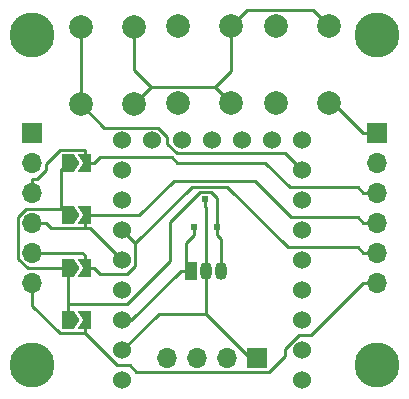
<source format=gbr>
%TF.GenerationSoftware,KiCad,Pcbnew,(6.0.7)*%
%TF.CreationDate,2022-09-06T06:54:50-05:00*%
%TF.ProjectId,OpenMuscle2,4f70656e-4d75-4736-936c-65322e6b6963,rev?*%
%TF.SameCoordinates,Original*%
%TF.FileFunction,Copper,L1,Top*%
%TF.FilePolarity,Positive*%
%FSLAX46Y46*%
G04 Gerber Fmt 4.6, Leading zero omitted, Abs format (unit mm)*
G04 Created by KiCad (PCBNEW (6.0.7)) date 2022-09-06 06:54:50*
%MOMM*%
%LPD*%
G01*
G04 APERTURE LIST*
G04 Aperture macros list*
%AMFreePoly0*
4,1,6,1.000000,0.000000,0.500000,-0.750000,-0.500000,-0.750000,-0.500000,0.750000,0.500000,0.750000,1.000000,0.000000,1.000000,0.000000,$1*%
%AMFreePoly1*
4,1,6,0.500000,-0.750000,-0.650000,-0.750000,-0.150000,0.000000,-0.650000,0.750000,0.500000,0.750000,0.500000,-0.750000,0.500000,-0.750000,$1*%
G04 Aperture macros list end*
%TA.AperFunction,SMDPad,CuDef*%
%ADD10FreePoly0,0.000000*%
%TD*%
%TA.AperFunction,SMDPad,CuDef*%
%ADD11FreePoly1,0.000000*%
%TD*%
%TA.AperFunction,ComponentPad*%
%ADD12R,1.700000X1.700000*%
%TD*%
%TA.AperFunction,ComponentPad*%
%ADD13O,1.700000X1.700000*%
%TD*%
%TA.AperFunction,SMDPad,CuDef*%
%ADD14R,0.620000X0.575000*%
%TD*%
%TA.AperFunction,ComponentPad*%
%ADD15C,3.800000*%
%TD*%
%TA.AperFunction,ComponentPad*%
%ADD16R,1.050000X1.500000*%
%TD*%
%TA.AperFunction,ComponentPad*%
%ADD17O,1.050000X1.500000*%
%TD*%
%TA.AperFunction,ComponentPad*%
%ADD18C,2.000000*%
%TD*%
%TA.AperFunction,ComponentPad*%
%ADD19C,1.524000*%
%TD*%
%TA.AperFunction,Conductor*%
%ADD20C,0.250000*%
%TD*%
G04 APERTURE END LIST*
D10*
%TO.P,ADC3,1,A*%
%TO.N,Net-(H0-Pad2)*%
X178255000Y-85725000D03*
D11*
%TO.P,ADC3,2,B*%
%TO.N,Net-(J1-Pad3)*%
X179705000Y-85725000D03*
%TD*%
D12*
%TO.P,J3,1,Pin_1*%
%TO.N,Net-(H0-Pad3)*%
X194310000Y-102235000D03*
D13*
%TO.P,J3,2,Pin_2*%
%TO.N,Net-(H0-Pad1)*%
X191770000Y-102235000D03*
%TO.P,J3,3,Pin_3*%
%TO.N,Net-(WSRP1-Pad15)*%
X189230000Y-102235000D03*
%TO.P,J3,4,Pin_4*%
%TO.N,Net-(WSRP1-Pad14)*%
X186690000Y-102235000D03*
%TD*%
D14*
%TO.P,H0,1,VCC*%
%TO.N,Net-(H0-Pad1)*%
X188976000Y-91186000D03*
%TO.P,H0,2,VOUT*%
%TO.N,Net-(H0-Pad2)*%
X190876000Y-91186000D03*
%TO.P,H0,3,GND*%
%TO.N,Net-(H0-Pad3)*%
X189926000Y-88810000D03*
%TD*%
D15*
%TO.P,H4,1*%
%TO.N,N/C*%
X204470000Y-102870000D03*
%TD*%
D16*
%TO.P,U1,1,VCC*%
%TO.N,Net-(H0-Pad1)*%
X188722000Y-94848000D03*
D17*
%TO.P,U1,2,GND*%
%TO.N,Net-(H0-Pad3)*%
X189992000Y-94848000D03*
%TO.P,U1,3,OUT*%
%TO.N,Net-(H0-Pad2)*%
X191262000Y-94848000D03*
%TD*%
D15*
%TO.P,H2,1*%
%TO.N,N/C*%
X175260000Y-74930000D03*
%TD*%
%TO.P,H1,1*%
%TO.N,N/C*%
X204470000Y-74930000D03*
%TD*%
%TO.P,H3,1*%
%TO.N,N/C*%
X175260000Y-102870000D03*
%TD*%
D10*
%TO.P,ADC0,1,A*%
%TO.N,Net-(H0-Pad2)*%
X178255000Y-99060000D03*
D11*
%TO.P,ADC0,2,B*%
%TO.N,Net-(J1-Pad6)*%
X179705000Y-99060000D03*
%TD*%
D10*
%TO.P,ADC2,1,A*%
%TO.N,Net-(H0-Pad2)*%
X178255000Y-90170000D03*
D11*
%TO.P,ADC2,2,B*%
%TO.N,Net-(J1-Pad4)*%
X179705000Y-90170000D03*
%TD*%
D10*
%TO.P,ADC1,1,A*%
%TO.N,Net-(H0-Pad2)*%
X178255000Y-94615000D03*
D11*
%TO.P,ADC1,2,B*%
%TO.N,Net-(J1-Pad5)*%
X179705000Y-94615000D03*
%TD*%
D12*
%TO.P,J2,1,Pin_1*%
%TO.N,Net-(J1-Pad1)*%
X175260000Y-83185000D03*
D13*
%TO.P,J2,2,Pin_2*%
%TO.N,Net-(H0-Pad1)*%
X175260000Y-85725000D03*
%TO.P,J2,3,Pin_3*%
%TO.N,Net-(J1-Pad3)*%
X175260000Y-88265000D03*
%TO.P,J2,4,Pin_4*%
%TO.N,Net-(J1-Pad4)*%
X175260000Y-90805000D03*
%TO.P,J2,5,Pin_5*%
%TO.N,Net-(J1-Pad5)*%
X175260000Y-93345000D03*
%TO.P,J2,6,Pin_6*%
%TO.N,Net-(J1-Pad6)*%
X175260000Y-95885000D03*
%TD*%
D18*
%TO.P,SW2,1,A*%
%TO.N,Net-(WSRP1-Pad6)*%
X187615000Y-80645000D03*
X187615000Y-74145000D03*
%TO.P,SW2,2,B*%
%TO.N,Net-(J1-Pad1)*%
X192115000Y-74145000D03*
X192115000Y-80645000D03*
%TD*%
%TO.P,SW3,1,A*%
%TO.N,Net-(WSRP1-Pad7)*%
X179360000Y-80720000D03*
X179360000Y-74220000D03*
%TO.P,SW3,2,B*%
%TO.N,Net-(J1-Pad1)*%
X183860000Y-80720000D03*
X183860000Y-74220000D03*
%TD*%
%TO.P,SW1,1,A*%
%TO.N,Net-(WSRP1-Pad5)*%
X195870000Y-80645000D03*
X195870000Y-74145000D03*
%TO.P,SW1,2,B*%
%TO.N,Net-(J1-Pad1)*%
X200370000Y-80645000D03*
X200370000Y-74145000D03*
%TD*%
D12*
%TO.P,J1,1,Pin_1*%
%TO.N,Net-(J1-Pad1)*%
X204470000Y-83185000D03*
D13*
%TO.P,J1,2,Pin_2*%
%TO.N,Net-(H0-Pad1)*%
X204470000Y-85725000D03*
%TO.P,J1,3,Pin_3*%
%TO.N,Net-(J1-Pad3)*%
X204470000Y-88265000D03*
%TO.P,J1,4,Pin_4*%
%TO.N,Net-(J1-Pad4)*%
X204470000Y-90805000D03*
%TO.P,J1,5,Pin_5*%
%TO.N,Net-(J1-Pad5)*%
X204470000Y-93345000D03*
%TO.P,J1,6,Pin_6*%
%TO.N,Net-(J1-Pad6)*%
X204470000Y-95885000D03*
%TD*%
D19*
%TO.P,WSRP1,0,0*%
%TO.N,unconnected-(WSRP1-Pad0)*%
X198120000Y-104140000D03*
%TO.P,WSRP1,1,1*%
%TO.N,unconnected-(WSRP1-Pad1)*%
X198120000Y-101600000D03*
%TO.P,WSRP1,2,2*%
%TO.N,unconnected-(WSRP1-Pad2)*%
X198120000Y-99060000D03*
%TO.P,WSRP1,3,3*%
%TO.N,unconnected-(WSRP1-Pad3)*%
X198120000Y-96520000D03*
%TO.P,WSRP1,4,4*%
%TO.N,unconnected-(WSRP1-Pad4)*%
X198120000Y-93980000D03*
%TO.P,WSRP1,5,5*%
%TO.N,Net-(WSRP1-Pad5)*%
X198120000Y-91440000D03*
%TO.P,WSRP1,6,6*%
%TO.N,Net-(WSRP1-Pad6)*%
X198120000Y-88900000D03*
%TO.P,WSRP1,7,7*%
%TO.N,Net-(WSRP1-Pad7)*%
X198120000Y-86360000D03*
%TO.P,WSRP1,8,8*%
%TO.N,unconnected-(WSRP1-Pad8)*%
X198120000Y-83820000D03*
%TO.P,WSRP1,9,9*%
%TO.N,unconnected-(WSRP1-Pad9)*%
X195580000Y-83820000D03*
%TO.P,WSRP1,10,10*%
%TO.N,unconnected-(WSRP1-Pad10)*%
X193040000Y-83820000D03*
%TO.P,WSRP1,11,11*%
%TO.N,unconnected-(WSRP1-Pad11)*%
X190500000Y-83820000D03*
%TO.P,WSRP1,12,12*%
%TO.N,unconnected-(WSRP1-Pad12)*%
X187960000Y-83820000D03*
%TO.P,WSRP1,13,13*%
%TO.N,unconnected-(WSRP1-Pad13)*%
X185420000Y-83820000D03*
%TO.P,WSRP1,14,14*%
%TO.N,Net-(WSRP1-Pad14)*%
X182880000Y-83820000D03*
%TO.P,WSRP1,15,15*%
%TO.N,Net-(WSRP1-Pad15)*%
X182880000Y-86360000D03*
%TO.P,WSRP1,26,ADC0*%
%TO.N,Net-(J1-Pad6)*%
X182880000Y-88900000D03*
%TO.P,WSRP1,27,ADC1*%
%TO.N,Net-(J1-Pad5)*%
X182880000Y-91440000D03*
%TO.P,WSRP1,28,ADC2*%
%TO.N,Net-(J1-Pad4)*%
X182880000Y-93980000D03*
%TO.P,WSRP1,29,ADC3*%
%TO.N,Net-(J1-Pad3)*%
X182880000Y-96520000D03*
%TO.P,WSRP1,30,3V3*%
%TO.N,Net-(H0-Pad1)*%
X182880000Y-99060000D03*
%TO.P,WSRP1,31,GND*%
%TO.N,Net-(H0-Pad3)*%
X182880000Y-101600000D03*
%TO.P,WSRP1,32,5V*%
%TO.N,unconnected-(WSRP1-Pad32)*%
X182880000Y-104140000D03*
%TD*%
D20*
%TO.N,Net-(WSRP1-Pad7)*%
X181372600Y-82732600D02*
X179360000Y-80720000D01*
X185903800Y-82732600D02*
X181372600Y-82732600D01*
X186690000Y-83518800D02*
X185903800Y-82732600D01*
X186690000Y-84087800D02*
X186690000Y-83518800D01*
X187521200Y-84919000D02*
X186690000Y-84087800D01*
X196679000Y-84919000D02*
X187521200Y-84919000D01*
X198120000Y-86360000D02*
X196679000Y-84919000D01*
X179360000Y-80720000D02*
X179360000Y-74220000D01*
%TO.N,Net-(J1-Pad1)*%
X200754700Y-80645000D02*
X200370000Y-80645000D01*
X203294700Y-83185000D02*
X200754700Y-80645000D01*
X204470000Y-83185000D02*
X203294700Y-83185000D01*
X183860000Y-77862800D02*
X183860000Y-74220000D01*
X185288600Y-79291400D02*
X183860000Y-77862800D01*
X183860000Y-80720000D02*
X185288600Y-79291400D01*
X185288600Y-79291400D02*
X190761400Y-79291400D01*
X190761400Y-79291400D02*
X192115000Y-80645000D01*
X192115000Y-77937800D02*
X190761400Y-79291400D01*
X192115000Y-74145000D02*
X192115000Y-77937800D01*
X193445900Y-72814100D02*
X192115000Y-74145000D01*
X199039100Y-72814100D02*
X193445900Y-72814100D01*
X200370000Y-74145000D02*
X199039100Y-72814100D01*
%TO.N,Net-(J1-Pad6)*%
X177599300Y-100135300D02*
X179705000Y-100135300D01*
X175260000Y-97796000D02*
X177599300Y-100135300D01*
X175260000Y-95885000D02*
X175260000Y-97796000D01*
X179705000Y-99060000D02*
X179705000Y-100135300D01*
X182439700Y-102870000D02*
X179705000Y-100135300D01*
X183502900Y-102870000D02*
X182439700Y-102870000D01*
X184063500Y-103430600D02*
X183502900Y-102870000D01*
X195321600Y-103430600D02*
X184063500Y-103430600D01*
X196649900Y-102102300D02*
X195321600Y-103430600D01*
X196649900Y-101507500D02*
X196649900Y-102102300D01*
X197827400Y-100330000D02*
X196649900Y-101507500D01*
X198849700Y-100330000D02*
X197827400Y-100330000D01*
X203294700Y-95885000D02*
X198849700Y-100330000D01*
X204470000Y-95885000D02*
X203294700Y-95885000D01*
%TO.N,Net-(J1-Pad5)*%
X179705000Y-94615000D02*
X180530300Y-94615000D01*
X179510300Y-93345000D02*
X179705000Y-93539700D01*
X175260000Y-93345000D02*
X179510300Y-93345000D01*
X179705000Y-94615000D02*
X179705000Y-93539700D01*
X183980800Y-94426600D02*
X183980800Y-92540800D01*
X183316200Y-95091200D02*
X183980800Y-94426600D01*
X181006500Y-95091200D02*
X183316200Y-95091200D01*
X180530300Y-94615000D02*
X181006500Y-95091200D01*
X183980800Y-92540800D02*
X182880000Y-91440000D01*
X204470000Y-93345000D02*
X203294700Y-93345000D01*
X202807500Y-92857800D02*
X203294700Y-93345000D01*
X196895400Y-92857800D02*
X202807500Y-92857800D01*
X191770200Y-87732600D02*
X196895400Y-92857800D01*
X188789000Y-87732600D02*
X191770200Y-87732600D01*
X183980800Y-92540800D02*
X188789000Y-87732600D01*
%TO.N,Net-(J1-Pad4)*%
X179705000Y-90170000D02*
X179705000Y-91245300D01*
X176875600Y-91245300D02*
X179705000Y-91245300D01*
X176435300Y-90805000D02*
X176875600Y-91245300D01*
X175260000Y-90805000D02*
X176435300Y-90805000D01*
X180145300Y-91245300D02*
X179705000Y-91245300D01*
X182880000Y-93980000D02*
X180145300Y-91245300D01*
X180530300Y-90169900D02*
X180530300Y-90170000D01*
X184324700Y-90169900D02*
X180530300Y-90169900D01*
X187249300Y-87245300D02*
X184324700Y-90169900D01*
X194107900Y-87245300D02*
X187249300Y-87245300D01*
X197180400Y-90317800D02*
X194107900Y-87245300D01*
X202807500Y-90317800D02*
X197180400Y-90317800D01*
X203294700Y-90805000D02*
X202807500Y-90317800D01*
X204470000Y-90805000D02*
X203294700Y-90805000D01*
X179705000Y-90170000D02*
X180530300Y-90170000D01*
%TO.N,Net-(J1-Pad3)*%
X204470000Y-88265000D02*
X203294700Y-88265000D01*
X179705000Y-85725000D02*
X180530300Y-85725000D01*
X202819000Y-87789300D02*
X203294700Y-88265000D01*
X197102700Y-87789300D02*
X202819000Y-87789300D01*
X195012400Y-85699000D02*
X197102700Y-87789300D01*
X187559700Y-85699000D02*
X195012400Y-85699000D01*
X187109400Y-85248700D02*
X187559700Y-85699000D01*
X181006600Y-85248700D02*
X187109400Y-85248700D01*
X180530300Y-85725000D02*
X181006600Y-85248700D01*
X177620200Y-84649700D02*
X179705000Y-84649700D01*
X176435300Y-85834600D02*
X177620200Y-84649700D01*
X176435300Y-86281800D02*
X176435300Y-85834600D01*
X175627400Y-87089700D02*
X176435300Y-86281800D01*
X175260000Y-87089700D02*
X175627400Y-87089700D01*
X175260000Y-88265000D02*
X175260000Y-87089700D01*
X179705000Y-85725000D02*
X179705000Y-84649700D01*
%TO.N,Net-(H0-Pad3)*%
X189992000Y-89488800D02*
X189926000Y-89422800D01*
X189992000Y-94848000D02*
X189992000Y-89488800D01*
X189926000Y-88810000D02*
X189926000Y-89422800D01*
X194310000Y-102235000D02*
X193739600Y-102235000D01*
X185992600Y-98487400D02*
X189992000Y-98487400D01*
X182880000Y-101600000D02*
X185992600Y-98487400D01*
X193739600Y-102235000D02*
X189992000Y-98487400D01*
X189992000Y-98487400D02*
X189992000Y-94848000D01*
%TO.N,Net-(H0-Pad2)*%
X191262000Y-92184800D02*
X191262000Y-94848000D01*
X190876000Y-91798800D02*
X191262000Y-92184800D01*
X190876000Y-91186000D02*
X190876000Y-91798800D01*
X190876000Y-88702400D02*
X190876000Y-91186000D01*
X190370800Y-88197200D02*
X190876000Y-88702400D01*
X189456000Y-88197200D02*
X190370800Y-88197200D01*
X186960400Y-90692800D02*
X189456000Y-88197200D01*
X186960400Y-94043100D02*
X186960400Y-90692800D01*
X183312700Y-97690800D02*
X186960400Y-94043100D01*
X178255000Y-97690800D02*
X183312700Y-97690800D01*
X178255000Y-99060000D02*
X178255000Y-97690800D01*
X178255000Y-97690800D02*
X178255000Y-94615000D01*
X177704200Y-86275800D02*
X178255000Y-85725000D01*
X177704200Y-89619200D02*
X177704200Y-86275800D01*
X174761300Y-89619200D02*
X177704200Y-89619200D01*
X174063500Y-90317000D02*
X174761300Y-89619200D01*
X174063500Y-93815100D02*
X174063500Y-90317000D01*
X174863400Y-94615000D02*
X174063500Y-93815100D01*
X178255000Y-94615000D02*
X174863400Y-94615000D01*
X177704200Y-89619200D02*
X178255000Y-90170000D01*
%TO.N,Net-(H0-Pad1)*%
X183659700Y-99060000D02*
X187871700Y-94848000D01*
X182880000Y-99060000D02*
X183659700Y-99060000D01*
X188722000Y-94848000D02*
X188296900Y-94848000D01*
X188296900Y-94848000D02*
X187871700Y-94848000D01*
X188296900Y-92477900D02*
X188976000Y-91798800D01*
X188296900Y-94848000D02*
X188296900Y-92477900D01*
X188976000Y-91186000D02*
X188976000Y-91798800D01*
%TD*%
M02*

</source>
